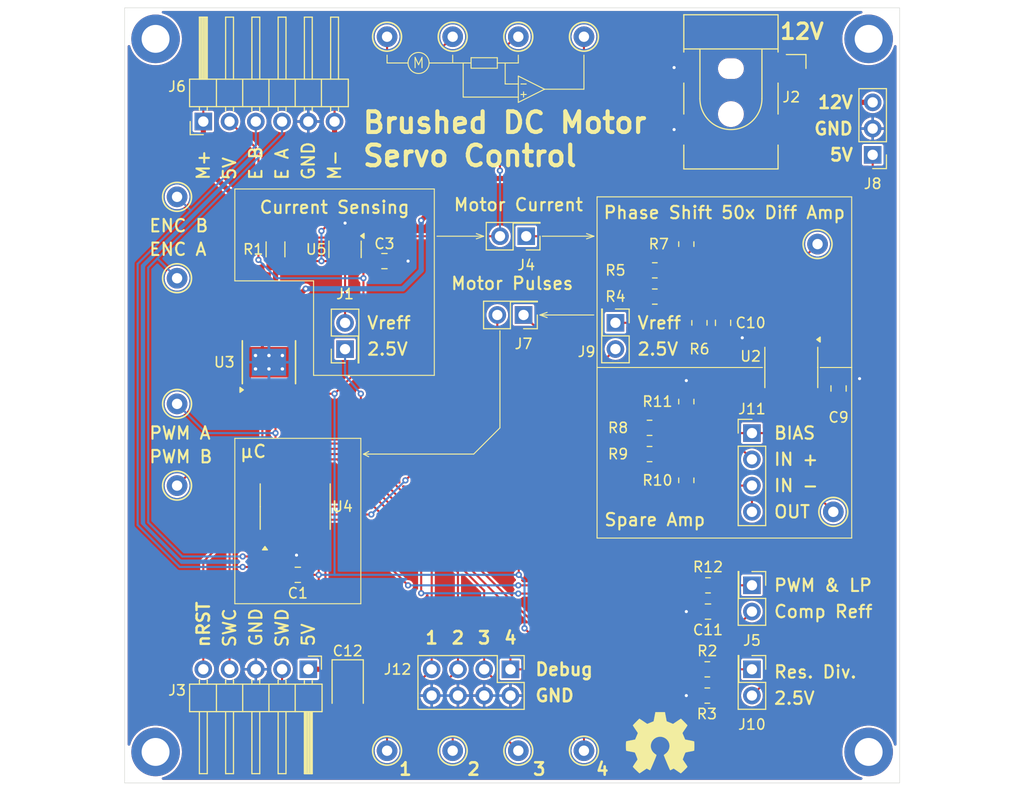
<source format=kicad_pcb>
(kicad_pcb (version 20240108) (generator "pcbnew") (generator_version "8.0")
  (title_block (title "BDCSC") (date "${DATE}") (rev "2.0.0") (company "Brushed DC Motor Servo Control") (comment 1 "${GIT_TAG}") (comment 2 "Repo: github.com/ToonVanEyck/BDCSC") (comment 3 "Designer: Toon Van Eyck"))
  (layers (0 "F.Cu" signal) (31 "B.Cu" signal) (34 "B.Paste" user) (35 "F.Paste" user) (36 "B.SilkS" user "B.Silkscreen") (37 "F.SilkS" user "F.Silkscreen") (38 "B.Mask" user) (39 "F.Mask" user) (44 "Edge.Cuts" user))
  (net 0 "")
  (net 1 "+12V")
  (net 2 "Net-(J1-Pin_2)")
  (net 3 "/SWC")
  (net 4 "/~{RST}")
  (net 5 "/SWD")
  (net 6 "/Motor IN_B")
  (net 7 "/Debug Pin 1")
  (net 8 "/Debug Pin 2")
  (net 10 "/Motor IN_A")
  (net 11 "+5V")
  (net 12 "Net-(U2A-+)")
  (net 13 "Net-(J5-Pin_1)")
  (net 16 "GND")
  (net 17 "Net-(J5-Pin_2)")
  (net 18 "Net-(U2A--)")
  (net 19 "/Debug Pin 3")
  (net 20 "/ENC_IN_A")
  (net 21 "/Debug Pin 4")
  (net 22 "/ENC_IN_B")
  (net 23 "Net-(U4-PA4)")
  (net 25 "+2V5")
  (net 26 "Net-(J10-Pin_1)")
  (net 27 "/Diff Amp In")
  (net 28 "/Diff Amp Out")
  (net 29 "/Diff Amp Vreff")
  (net 30 "Net-(J11-Pin_1)")
  (net 31 "Net-(J11-Pin_3)")
  (net 32 "Net-(J11-Pin_2)")
  (net 33 "/Motor Current")
  (net 34 "Net-(U3-OUT1)")
  (net 35 "/Motor -")
  (net 36 "/Motor +")
  (net 37 "/Motor Pulses µC")
  (net 38 "Net-(U2B--)")
  (net 39 "Net-(J11-Pin_4)")
  (footprint "TestPoint:TestPoint_Keystone_5000-5004_Miniature" (layer "F.Cu") (at 77.8828 155.728004)
    (property "Reference" "TP8" (hide yes))
    (property "Value" "TestPoint")
  )
  (footprint "TestPoint:TestPoint_Keystone_5000-5004_Miniature" (layer "F.Cu") (at 104.5528 112.294004 90)
    (property "Reference" "TP2" (hide yes))
    (property "Value" "TestPoint")
  )
  (footprint "Capacitor_SMD:C_0805_2012Metric" (layer "F.Cu") (at 129.2568 167.920004)
    (property "Reference" "C11")
    (property "Value" "470nF")
  )
  (footprint "Connector_PinHeader_2.54mm:PinHeader_1x04_P2.54mm_Vertical" (layer "F.Cu") (at 133.5088 150.648004)
    (property "Reference" "J11")
    (property "Value" "Conn_01x04_Pin")
  )
  (footprint "Package_SO:SOIC-8_3.9x4.9mm_P1.27mm" (layer "F.Cu") (at 137.3188 144.298004 -90)
    (property "Reference" "U2")
    (property "Value" "LM358")
  )
  (footprint "Resistor_SMD:R_0805_2012Metric" (layer "F.Cu") (at 127.1588 147.600004 -90)
    (property "Reference" "R11")
    (property "Value" "20K")
  )
  (footprint "Capacitor_SMD:C_0805_2012Metric" (layer "F.Cu") (at 89.5668 164.364004 180)
    (property "Reference" "C1")
    (property "Value" "100nF")
  )
  (footprint "TestPoint:TestPoint_Keystone_5000-5004_Miniature" (layer "F.Cu") (at 104.5528 181.382004 -90)
    (property "Reference" "TP12" (hide yes))
    (property "Value" "TestPoint")
  )
  (footprint "Resistor_SMD:R_0805_2012Metric" (layer "F.Cu") (at 123.6028 150.140004 180)
    (property "Reference" "R8")
    (property "Value" "20K")
  )
  (footprint "Connector_PinHeader_2.54mm:PinHeader_2x01_P2.54mm_Vertical" (layer "F.Cu") (at 133.5088 165.375004 -90)
    (property "Reference" "J5")
    (property "Value" "Conn_02x01")
  )
  (footprint "Resistor_SMD:R_0805_2012Metric" (layer "F.Cu") (at 129.1908 173.508004 180)
    (property "Reference" "R2")
    (property "Value" "20K")
  )
  (footprint "Resistor_SMD:R_0805_2012Metric" (layer "F.Cu") (at 123.6028 152.680004 180)
    (property "Reference" "R9")
    (property "Value" "20K")
  )
  (footprint "TestPoint:TestPoint_Keystone_5000-5004_Miniature" (layer "F.Cu") (at 77.8828 135.662004)
    (property "Reference" "TP5" (hide yes))
    (property "Value" "TestPoint")
  )
  (footprint "Capacitor_SMD:C_0805_2012Metric" (layer "F.Cu") (at 141.8908 146.330004 90)
    (property "Reference" "C9")
    (property "Value" "100nF")
  )
  (footprint "Connector_PinHeader_2.54mm:PinHeader_1x05_P2.54mm_Horizontal" (layer "F.Cu") (at 90.5828 173.500004 -90)
    (property "Reference" "J3")
    (property "Value" "Conn_01x05")
  )
  (footprint "Connector_PinHeader_2.54mm:PinHeader_2x01_P2.54mm_Vertical" (layer "F.Cu") (at 111.4108 139.218004 180)
    (property "Reference" "J7")
    (property "Value" "Conn_02x01")
  )
  (footprint "Resistor_SMD:R_0805_2012Metric" (layer "F.Cu") (at 129.1908 176.048004)
    (property "Reference" "R3")
    (property "Value" "20K")
  )
  (footprint "Resistor_SMD:R_0805_2012Metric" (layer "F.Cu") (at 124.1108 137.440004 180)
    (property "Reference" "R4")
    (property "Value" "20K")
  )
  (footprint "Connector_PinHeader_2.54mm:PinHeader_2x01_P2.54mm_Vertical" (layer "F.Cu") (at 120.3008 139.975004 -90)
    (property "Reference" "J9")
    (property "Value" "Conn_02x01")
  )
  (footprint "Package_SO:TSSOP-20_4.4x6.5mm_P0.65mm" (layer "F.Cu") (at 89.3128 157.760004 90)
    (property "Reference" "U4")
    (property "Value" "PY32F003F1xPx")
  )
  (footprint "Connector_PinHeader_2.54mm:PinHeader_1x06_P2.54mm_Horizontal" (layer "F.Cu") (at 80.4228 120.500004 90)
    (property "Reference" "J6")
    (property "Value" "Conn_01x06_Pin")
  )
  (footprint "Connector_PinHeader_2.54mm:PinHeader_2x04_P2.54mm_Vertical" (layer "F.Cu") (at 110.1408 173.508004 -90)
    (property "Reference" "J12")
    (property "Value" "Conn_02x04_Odd_Even")
  )
  (footprint "Connector_PinHeader_2.54mm:PinHeader_2x01_P2.54mm_Vertical" (layer "F.Cu") (at 133.5088 173.503004 -90)
    (property "Reference" "J10")
    (property "Value" "Conn_02x01")
  )
  (footprint "TestPoint:TestPoint_Keystone_5000-5004_Miniature" (layer "F.Cu") (at 98.2028 181.382004 -90)
    (property "Reference" "TP13" (hide yes))
    (property "Value" "TestPoint")
  )
  (footprint "TestPoint:TestPoint_Keystone_5000-5004_Miniature" (layer "F.Cu") (at 139.8588 132.360004)
    (property "Reference" "TP9" (hide yes))
    (property "Value" "TestPoint")
  )
  (footprint "TestPoint:TestPoint_Keystone_5000-5004_Miniature" (layer "F.Cu") (at 141.3828 158.268004)
    (property "Reference" "TP14" (hide yes))
    (property "Value" "TestPoint")
  )
  (footprint "TestPoint:TestPoint_Keystone_5000-5004_Miniature" (layer "F.Cu") (at 117.2528 112.294004)
    (property "Reference" "TP4" (hide yes))
    (property "Value" "TestPoint")
  )
  (footprint "Connector_BarrelJack:BarrelJack_CLIFF_FC681465S_SMT_Horizontal" (layer "F.Cu") (at 131.4768 118.278004 -90)
    (property "Reference" "J2")
    (property "Value" "Barrel_Jack_Switch")
  )
  (footprint "TestPoint:TestPoint_Keystone_5000-5004_Miniature" (layer "F.Cu") (at 117.2528 181.382004 -90)
    (property "Reference" "TP10" (hide yes))
    (property "Value" "TestPoint")
  )
  (footprint "TestPoint:TestPoint_Keystone_5000-5004_Miniature" (layer "F.Cu") (at 110.9028 112.294004 90)
    (property "Reference" "TP3" (hide yes))
    (property "Value" "TestPoint")
  )
  (footprint "Capacitor_SMD:C_0805_2012Metric" (layer "F.Cu") (at 97.9488 134.005504)
    (property "Reference" "C3")
    (property "Value" "100nF")
  )
  (footprint "Symbol:OSHW-Symbol_6.7x6mm_SilkScreen" (layer "F.Cu") (at 124.6188 180.620004)
    (property "Reference" "REF**" (hide yes))
    (property "Value" "OSHW-Symbol_6.7x6mm_SilkScreen" (hide yes))
  )
  (footprint "Resistor_SMD:R_0805_2012Metric" (layer "F.Cu") (at 124.1108 134.900004 180)
    (property "Reference" "R5")
    (property "Value" "20K")
  )
  (footprint "Connector_PinHeader_2.54mm:PinHeader_2x01_P2.54mm_Vertical" (layer "F.Cu") (at 111.6698 131.598004 180)
    (property "Reference" "J4")
    (property "Value" "Conn_02x01")
  )
  (footprint "Resistor_SMD:R_0805_2012Metric" (layer "F.Cu") (at 127.1588 155.220004 90)
    (property "Reference" "R10")
    (property "Value" "20K")
  )
  (footprint "Capacitor_SMD:C_0805_2012Metric" (layer "F.Cu") (at 130.7148 139.980004 -90)
    (property "Reference" "C10")
    (property "Value" "1.2nF")
  )
  (footprint "Resistor_SMD:R_1206_3216Metric" (layer "F.Cu") (at 87.4078 132.868004 90)
    (property "Reference" "R1")
    (property "Value" "0.15R")
  )
  (footprint "TestPoint:TestPoint_Keystone_5000-5004_Miniature" (layer "F.Cu") (at 77.8828 127.788004)
    (property "Reference" "TP6" (hide yes))
    (property "Value" "TestPoint")
  )
  (footprint "TestPoint:TestPoint_Keystone_5000-5004_Miniature" (layer "F.Cu") (at 77.8828 147.822004)
    (property "Reference" "TP7" (hide yes))
    (property "Value" "TestPoint")
  )
  (footprint "Resistor_SMD:R_0805_2012Metric" (layer "F.Cu") (at 127.1588 132.360004 90)
    (property "Reference" "R7")
    (property "Value" "1M")
  )
  (footprint "MountingHole:MountingHole_2.7mm_M2.5_DIN965_Pad" (layer "F.Cu") (at 144.8028 112.500004)
    (property "Reference" "REF**" (hide yes))
    (property "Value" "MountingHole_2.7mm_M2.5_DIN965_Pad")
  )
  (footprint "TestPoint:TestPoint_Keystone_5000-5004_Miniature" (layer "F.Cu") (at 110.9028 181.382004 -90)
    (property "Reference" "TP11" (hide yes))
    (property "Value" "TestPoint")
  )
  (footprint "Resistor_SMD:R_0805_2012Metric" (layer "F.Cu") (at 129.2568 165.380004 180)
    (property "Reference" "R12")
    (property "Value" "3K3")
  )
  (footprint "MountingHole:MountingHole_2.7mm_M2.5_DIN965_Pad" (layer "F.Cu") (at 75.8028 112.500004)
    (property "Reference" "REF**" (hide yes))
    (property "Value" "MountingHole_2.7mm_M2.5_DIN965_Pad")
  )
  (footprint "Package_TO_SOT_SMD:SOT-23-6" (layer "F.Cu") (at 94.1388 132.868004 -90)
    (property "Reference" "U5")
    (property "Value" "INA181")
  )
  (footprint "MountingHole:MountingHole_2.7mm_M2.5_DIN965_Pad" (layer "F.Cu") (at 144.8028 181.500004)
    (property "Reference" "REF**" (hide yes))
    (property "Value" "MountingHole_2.7mm_M2.5_DIN965_Pad")
  )
  (footprint "Connector_PinHeader_2.54mm:PinHeader_1x03_P2.54mm_Vertical" (layer "F.Cu") (at 145.1928 123.724004 180)
    (property "Reference" "J8")
    (property "Value" "Conn_01x03")
  )
  (footprint "Connector_PinHeader_2.54mm:PinHeader_2x01_P2.54mm_Vertical" (layer "F.Cu") (at 94.1388 142.525004 90)
    (property "Reference" "J1")
    (property "Value" "Conn_02x01")
  )
  (footprint "Resistor_SMD:R_0805_2012Metric" (layer "F.Cu") (at 128.4288 139.980004 -90)
    (property "Reference" "R6")
    (property "Value" "1M")
  )
  (footprint "Capacitor_Tantalum_SMD:CP_EIA-3528-21_Kemet-B" (layer "F.Cu") (at 94.3928 175.045504 -90)
    (property "Reference" "C12")
    (property "Value" "100uF")
  )
  (footprint "Package_SO:Texas_HTSOP-8-1EP_3.9x4.9mm_P1.27mm_EP2.95x4.9mm_Mask2.4x3.1mm_ThermalVias" (layer "F.Cu") (at 86.7728 143.790004 90)
    (property "Reference" "U3")
    (property "Value" "DRV8870DDA")
  )
  (footprint "MountingHole:MountingHole_2.7mm_M2.5_DIN965_Pad" (layer "F.Cu") (at 75.8028 181.500004)
    (property "Reference" "REF**" (hide yes))
    (property "Value" "MountingHole_2.7mm_M2.5_DIN965_Pad")
  )
  (footprint "TestPoint:TestPoint_Keystone_5000-5004_Miniature" (layer "F.Cu") (at 98.2028 112.294004 90)
    (property "Reference" "TP1" (hide yes))
    (property "Value" "TestPoint")
  )
  (gr_line (start 113.4428 117.374004) (end 117.2528 117.374004) (stroke (width 0.1)) (layer "F.SilkS"))
  (gr_line (start 109.1248 150.140004) (end 106.5848 152.680004) (stroke (width 0.1)) (layer "F.SilkS"))
  (gr_line (start 95.9168 152.680004) (end 96.4248 152.426004) (stroke (width 0.1)) (layer "F.SilkS"))
  (gr_line (start 108.8708 114.326004) (end 106.3308 114.326004) (stroke (width 0.1)) (layer "F.SilkS"))
  (gr_line (start 110.9028 118.644004) (end 113.4428 117.374004) (stroke (width 0.1)) (layer "F.SilkS"))
  (gr_line (start 95.6628 151.156004) (end 83.4708 151.156004) (stroke (width 0.1)) (layer "F.SilkS"))
  (gr_line (start 113.2108 139.218004) (end 118.2088 139.218004) (stroke (width 0.1)) (layer "F.SilkS"))
  (gr_line (start 110.9028 116.104004) (end 110.9028 118.644004) (stroke (width 0.1)) (layer "F.SilkS"))
  (gr_line (start 117.2528 114.072004) (end 117.2528 117.374004) (stroke (width 0.1)) (layer "F.SilkS"))
  (gr_line (start 106.3308 114.326004) (end 106.3308 115.342004) (stroke (width 0.1)) (layer "F.SilkS"))
  (gr_line (start 107.5458 131.598004) (end 103.0288 131.598004) (stroke (width 0.1)) (layer "F.SilkS"))
  (gr_line (start 111.1568 116.866004) (end 111.6648 116.866004) (stroke (width 0.1)) (layer "F.SilkS"))
  (gr_line (start 143.1608 144.298004) (end 143.1608 160.808004) (stroke (width 0.1)) (layer "F.SilkS"))
  (gr_line (start 98.2028 114.834004) (end 100.2348 114.834004) (stroke (width 0.1)) (layer "F.SilkS"))
  (gr_line (start 106.5848 152.680004) (end 95.9168 152.680004) (stroke (width 0.1)) (layer "F.SilkS"))
  (gr_line (start 105.5688 114.834004) (end 105.5688 118.136004) (stroke (width 0.1)) (layer "F.SilkS"))
  (gr_line (start 83.4708 151.156004) (end 83.4708 167.158004) (stroke (width 0.1)) (layer "F.SilkS"))
  (gr_line (start 113.4428 117.374004) (end 110.9028 116.104004) (stroke (width 0.1)) (layer "F.SilkS"))
  (gr_line (start 106.8388 131.344004) (end 107.5458 131.598004) (stroke (width 0.1)) (layer "F.SilkS"))
  (gr_line (start 105.8228 114.834004) (end 104.5528 114.834004) (stroke (width 0.1)) (layer "F.SilkS"))
  (gr_line (start 109.6328 116.866004) (end 109.6328 114.834004) (stroke (width 0.1)) (layer "F.SilkS"))
  (gr_line (start 112.9848 139.218004) (end 113.6918 138.964004) (stroke (width 0.1)) (layer "F.SilkS"))
  (gr_line (start 91.0908 145.060004) (end 91.0908 135.916004) (stroke (width 0.1)) (layer "F.SilkS"))
  (gr_line (start 118.5228 127.788004) (end 118.5228 144.298004) (stroke (width 0.1)) (layer "F.SilkS"))
  (gr_line (start 83.4708 135.916004) (end 83.4708 127.026004) (stroke (width 0.1)) (layer "F.SilkS"))
  (gr_line (start 118.2138 131.598004) (end 113.2158 131.598004) (stroke (width 0.1)) (layer "F.SilkS"))
  (gr_line (start 109.1248 140.742004) (end 109.1248 149.378004) (stroke (width 0.1)) (layer "F.SilkS"))
  (gr_line (start 110.9028 114.834004) (end 110.9028 114.072004) (stroke (width 0.1)) (layer "F.SilkS"))
  (gr_line (start 118.5228 144.298004) (end 134.5248 144.298004) (stroke (width 0.1)) (layer "F.SilkS"))
  (gr_line (start 106.3308 115.342004) (end 108.8708 115.342004) (stroke (width 0.1)) (layer "F.SilkS"))
  (gr_line (start 102.2668 114.834004) (end 106.3308 114.834004) (stroke (width 0.1)) (layer "F.SilkS"))
  (gr_line (start 111.4108 117.628004) (end 111.4108 118.136004) (stroke (width 0.1)) (layer "F.SilkS"))
  (gr_line (start 104.5528 114.834004) (end 104.5528 114.072004) (stroke (width 0.1)) (layer "F.SilkS"))
  (gr_line (start 98.2028 114.072004) (end 98.2028 114.834004) (stroke (width 0.1)) (layer "F.SilkS"))
  (gr_line (start 111.1568 117.882004) (end 111.6648 117.882004) (stroke (width 0.1)) (layer "F.SilkS"))
  (gr_circle (center 101.2508 114.834004) (end 100.2348 114.834004) (stroke (width 0.1)) (fill none) (layer "F.SilkS"))
  (gr_line (start 110.9028 118.136004) (end 105.5688 118.136004) (stroke (width 0.1)) (layer "F.SilkS"))
  (gr_line (start 117.5068 131.344004) (end 118.2138 131.598004) (stroke (width 0.1)) (layer "F.SilkS"))
  (gr_line (start 143.1608 144.298004) (end 143.1608 127.788004) (stroke (width 0.1)) (layer "F.SilkS"))
  (gr_line (start 118.2138 131.598004) (end 117.5068 131.852004) (stroke (width 0.1)) (layer "F.SilkS"))
  (gr_line (start 108.8708 114.834004) (end 110.9028 114.834004) (stroke (width 0.1)) (layer "F.SilkS"))
  (gr_line (start 102.7748 145.060004) (end 91.0908 145.060004) (stroke (width 0.1)) (layer "F.SilkS"))
  (gr_line (start 83.4708 127.026004) (end 102.7748 127.026004) (stroke (width 0.1)) (layer "F.SilkS"))
  (gr_line (start 143.1608 127.788004) (end 118.5228 127.788004) (stroke (width 0.1)) (layer "F.SilkS"))
  (gr_line (start 95.6628 167.158004) (end 95.6628 151.156004) (stroke (width 0.1)) (layer "F.SilkS"))
  (gr_line (start 143.1608 160.808004) (end 118.5228 160.808004) (stroke (width 0.1)) (layer "F.SilkS"))
  (gr_line (start 109.1248 149.378004) (end 109.1248 150.140004) (stroke (width 0.1)) (layer "F.SilkS"))
  (gr_line (start 118.5228 160.808004) (end 118.5228 144.298004) (stroke (width 0.1)) (layer "F.SilkS"))
  (gr_line (start 95.9168 152.680004) (end 96.4248 152.934004) (stroke (width 0.1)) (layer "F.SilkS"))
  (gr_line (start 107.5458 131.598004) (end 106.8388 131.852004) (stroke (width 0.1)) (layer "F.SilkS"))
  (gr_line (start 108.8708 115.342004) (end 108.8708 114.326004) (stroke (width 0.1)) (layer "F.SilkS"))
  (gr_line (start 91.0908 135.916004) (end 83.4708 135.916004) (stroke (width 0.1)) (layer "F.SilkS"))
  (gr_line (start 102.7748 127.026004) (end 102.7748 145.060004) (stroke (width 0.1)) (layer "F.SilkS"))
  (gr_line (start 83.4708 167.158004) (end 95.6628 167.158004) (stroke (width 0.1)) (layer "F.SilkS"))
  (gr_line (start 113.6918 139.472004) (end 112.9848 139.218004) (stroke (width 0.1)) (layer "F.SilkS"))
  (gr_line (start 143.1608 144.298004) (end 140.1128 144.298004) (stroke (width 0.1)) (layer "F.SilkS"))
  (gr_line (start 110.9028 116.866004) (end 109.6328 116.866004) (stroke (width 0.1)) (layer "F.SilkS"))
  (gr_rect (start 72.8028 109.500004) (end 147.8028 184.500004) (stroke (width 0.05)) (fill none) (layer "Edge.Cuts"))
  (gr_text "12V" (at 143.4148 118.644004 0) (layer "F.SilkS") (effects (font (size 1.2 1.2) (thickness 0.25)) (justify right)))
  (gr_text "2" (at 106.5848 183.160004 0) (layer "F.SilkS") (effects (font (size 1.2 1.2) (thickness 0.25))))
  (gr_text "PWM & LP" (at 135.5408 165.380004 0) (layer "F.SilkS") (effects (font (size 1.2 1.2) (thickness 0.2)) (justify left)))
  (gr_text "3" (at 107.6008 170.460004 0) (layer "F.SilkS") (effects (font (size 1.2 1.2) (thickness 0.25))))
  (gr_text "1" (at 102.5208 170.460004 0) (layer "F.SilkS") (effects (font (size 1.2 1.2) (thickness 0.25))))
  (gr_text "3" (at 112.9348 183.160004 0) (layer "F.SilkS") (effects (font (size 1.2 1.2) (thickness 0.25))))
  (gr_text "2.5V" (at 96.1708 142.520004 0) (layer "F.SilkS") (effects (font (size 1.2 1.2) (thickness 0.2)) (justify left)))
  (gr_text "PWM A" (at 75.0888 150.648004 0) (layer "F.SilkS") (effects (font (size 1.2 1.2) (thickness 0.2)) (justify left)))
  (gr_text "SWD" (at 88.0428 171.476004 90) (layer "F.SilkS") (effects (font (size 1.2 1.2) (thickness 0.2)) (justify left)))
  (gr_text "5V" (at 143.4148 123.724004 0) (layer "F.SilkS") (effects (font (size 1.2 1.2) (thickness 0.25)) (justify right)))
  (gr_text "OUT" (at 135.5408 158.268004 0) (layer "F.SilkS") (effects (font (size 1.2 1.2) (thickness 0.2)) (justify left)))
  (gr_text "ENC A" (at 75.0888 132.868004 0) (layer "F.SilkS") (effects (font (size 1.2 1.2) (thickness 0.2)) (justify left)))
  (gr_text "Phase Shift 50x Diff Amp" (at 130.8418 129.312004 0) (layer "F.SilkS") (effects (font (size 1.2 1.2) (thickness 0.2))))
  (gr_text "12V" (at 140.6208 111.786004 0) (layer "F.SilkS") (effects (font (size 1.5 1.5) (thickness 0.3) (bold yes)) (justify right)))
  (gr_text "E B" (at 85.5028 126.264004 90) (layer "F.SilkS") (effects (font (size 1.2 1.2) (thickness 0.2)) (justify left)))
  (gr_text "4" (at 110.1408 170.460004 0) (layer "F.SilkS") (effects (font (size 1.2 1.2) (thickness 0.25))))
  (gr_text "M" (at 101.2508 114.834004 0) (layer "F.SilkS") (effects (font (size 1 1) (thickness 0.1))))
  (gr_text "Vreff" (at 96.1708 139.980004 0) (layer "F.SilkS") (effects (font (size 1.2 1.2) (thickness 0.2)) (justify left)))
  (gr_text "GND" (at 143.3928 121.199004 0) (layer "F.SilkS") (effects (font (size 1.2 1.2) (thickness 0.25)) (justify right)))
  (gr_text "Comp Reff" (at 135.5408 167.920004 0) (layer "F.SilkS") (effects (font (size 1.2 1.2) (thickness 0.2)) (justify left)))
  (gr_text "IN -" (at 135.5408 155.728004 0) (layer "F.SilkS") (effects (font (size 1.2 1.2) (thickness 0.2)) (justify left)))
  (gr_text "Vreff" (at 122.3328 139.980004 0) (layer "F.SilkS") (effects (font (size 1.2 1.2) (thickness 0.2)) (justify left)))
  (gr_text "Motor Pulses" (at 104.2938 136.170004 0) (layer "F.SilkS") (effects (font (size 1.2 1.2) (thickness 0.2)) (justify left)))
  (gr_text "2.5V" (at 135.5408 176.302004 0) (layer "F.SilkS") (effects (font (size 1.2 1.2) (thickness 0.2)) (justify left)))
  (gr_text "µC" (at 85.2488 152.426004 0) (layer "F.SilkS") (effects (font (size 1.2 1.2) (thickness 0.2))))
  (gr_text "2" (at 105.0608 170.460004 0) (layer "F.SilkS") (effects (font (size 1.2 1.2) (thickness 0.25))))
  (gr_text "E A" (at 88.0428 126.264004 90) (layer "F.SilkS") (effects (font (size 1.2 1.2) (thickness 0.2)) (justify left)))
  (gr_text "IN +" (at 135.5408 153.188004 0) (layer "F.SilkS") (effects (font (size 1.2 1.2) (thickness 0.2)) (justify left)))
  (gr_text "nRST" (at 80.4228 171.476004 90) (layer "F.SilkS") (effects (font (size 1.2 1.2) (thickness 0.24) (bold yes)) (justify left)))
  (gr_text "1" (at 99.9808 183.160004 0) (layer "F.SilkS") (effects (font (size 1.2 1.2) (thickness 0.25))))
  (gr_text "Brushed DC Motor \nServo Control" (at 95.6628 124.994004 0) (layer "F.SilkS") (effects (font (size 2 2) (thickness 0.4)) (justify left bottom)))
  (gr_text "2.5V" (at 122.3328 142.520004 0) (layer "F.SilkS") (effects (font (size 1.2 1.2) (thickness 0.2)) (justify left)))
  (gr_text "5V" (at 82.9628 126.264004 90) (layer "F.SilkS") (effects (font (size 1.2 1.2) (thickness 0.2)) (justify left)))
  (gr_text "GND" (at 112.4268 176.048004 0) (layer "F.SilkS") (effects (font (size 1.2 1.2) (thickness 0.25)) (justify left)))
  (gr_text "Res. Div." (at 135.5408 173.762004 0) (layer "F.SilkS") (effects (font (size 1.2 1.2) (thickness 0.2)) (justify left)))
  (gr_text "PWM B" (at 75.0888 152.934004 0) (layer "F.SilkS") (effects (font (size 1.2 1.2) (thickness 0.2)) (justify left)))
  (gr_text "BIAS" (at 135.5408 150.648004 0) (layer "F.SilkS") (effects (font (size 1.2 1.2) (thickness 0.2)) (justify left)))
  (gr_text "4" (at 119.0308 183.160004 0) (layer "F.SilkS") (effects (font (size 1.2 1.2) (thickness 0.25))))
  (gr_text "SWC" (at 82.9628 171.476004 90) (layer "F.SilkS") (effects (font (size 1.2 1.2) (thickness 0.2)) (justify left)))
  (gr_text "Motor Current" (at 104.5528 128.550004 0) (layer "F.SilkS") (effects (font (size 1.2 1.2) (thickness 0.2)) (justify left)))
  (gr_text "Debug" (at 112.4268 173.508004 0) (layer "F.SilkS") (effects (font (size 1.2 1.2) (thickness 0.25)) (justify left)))
  (gr_text "GND" (at 85.5028 171.388004 90) (layer "F.SilkS") (effects (font (size 1.2 1.2) (thickness 0.2)) (justify left)))
  (gr_text "Spare Amp" (at 124.1108 159.030004 0) (layer "F.SilkS") (effects (font (size 1.2 1.2) (thickness 0.2))))
  (gr_text "ENC B" (at 75.0888 130.582004 0) (layer "F.SilkS") (effects (font (size 1.2 1.2) (thickness 0.2)) (justify left)))
  (gr_text "Current Sensing" (at 93.1228 128.804004 0) (layer "F.SilkS") (effects (font (size 1.2 1.2) (thickness 0.2))))
  (gr_text "5V" (at 90.5828 171.388004 90) (layer "F.SilkS") (effects (font (size 1.2 1.2) (thickness 0.2)) (justify left)))
  (gr_text "M+" (at 80.4228 126.264004 90) (layer "F.SilkS") (effects (font (size 1.2 1.2) (thickness 0.2)) (justify left)))
  (gr_text "M-" (at 93.1228 126.264004 90) (layer "F.SilkS") (effects (font (size 1.2 1.2) (thickness 0.2)) (justify left)))
  (gr_text "GND" (at 90.5828 126.264004 90) (layer "F.SilkS") (effects (font (size 1.2 1.2) (thickness 0.2)) (justify left)))
  (segment (start 135.2868 126.010004) (end 105.5688 126.010004) (width 0.5) (layer "F.Cu") (net 1))
  (segment (start 136.9768 121.278004) (end 136.9768 124.320004) (width 0.5) (layer "F.Cu") (net 1))
  (segment (start 145.1928 118.644004) (end 136.9768 118.644004) (width 0.5) (layer "F.Cu") (net 1))
  (segment (start 88.6778 138.329004) (end 88.6778 140.915004) (width 0.5) (layer "F.Cu") (net 1))
  (segment (start 136.9768 124.320004) (end 135.2868 126.010004) (width 0.5) (layer "F.Cu") (net 1))
  (segment (start 136.9768 118.644004) (end 136.9768 121.278004) (width 0.5) (layer "F.Cu") (net 1))
  (segment (start 105.5688 126.010004) (end 101.5048 130.074004) (width 0.5) (layer "F.Cu") (net 1))
  (segment (start 136.9768 115.278004) (end 136.9768 118.644004) (width 0.5) (layer "F.Cu") (net 1))
  (segment (start 90.3288 136.678004) (end 88.6778 138.329004) (width 0.5) (layer "F.Cu") (net 1))
  (via (at 101.5048 130.074004) (size 0.6) (drill 0.3) (layers "F.Cu" "B.Cu") (net 1))
  (via (at 90.3288 136.678004) (size 0.6) (drill 0.3) (layers "F.Cu" "B.Cu") (net 1))
  (segment (start 101.5048 134.900004) (end 101.5048 130.074004) (width 0.5) (layer "B.Cu") (net 1))
  (segment (start 99.7268 136.678004) (end 101.5048 134.900004) (width 0.5) (layer "B.Cu") (net 1))
  (segment (start 90.3288 136.678004) (end 99.7268 136.678004) (width 0.5) (layer "B.Cu") (net 1))
  (segment (start 94.1388 139.985004) (end 94.1388 134.005504) (width 0.2) (layer "F.Cu") (net 2))
  (segment (start 92.2378 154.897504) (end 92.2378 155.635003) (width 0.2) (layer "F.Cu") (net 3))
  (segment (start 82.9628 161.316004) (end 82.9628 173.500004) (width 0.2) (layer "F.Cu") (net 3))
  (segment (start 91.382799 156.490004) (end 87.7888 156.490004) (width 0.2) (layer "F.Cu") (net 3))
  (segment (start 92.2378 155.635003) (end 91.382799 156.490004) (width 0.2) (layer "F.Cu") (net 3))
  (segment (start 87.7888 156.490004) (end 82.9628 161.316004) (width 0.2) (layer "F.Cu") (net 3))
  (segment (start 87.6878 154.897504) (end 87.6878 155.829004) (width 0.2) (layer "F.Cu") (net 4))
  (segment (start 87.6878 155.829004) (end 80.4228 163.094004) (width 0.2) (layer "F.Cu") (net 4))
  (segment (start 80.4228 163.094004) (end 80.4228 173.500004) (width 0.2) (layer "F.Cu") (net 4))
  (segment (start 88.2968 175.032004) (end 95.6628 175.032004) (width 0.2) (layer "F.Cu") (net 5))
  (segment (start 96.1708 174.524004) (end 96.1708 170.968004) (width 0.2) (layer "F.Cu") (net 5))
  (segment (start 92.2378 167.035004) (end 92.2378 160.622504) (width 0.2) (layer "F.Cu") (net 5))
  (segment (start 88.0428 174.778004) (end 88.2968 175.032004) (width 0.2) (layer "F.Cu") (net 5))
  (segment (start 95.6628 175.032004) (end 96.1708 174.524004) (width 0.2) (layer "F.Cu") (net 5))
  (segment (start 96.1708 170.968004) (end 92.2378 167.035004) (width 0.2) (layer "F.Cu") (net 5))
  (segment (start 88.0428 173.500004) (end 88.0428 174.778004) (width 0.2) (layer "F.Cu") (net 5))
  (segment (start 86.3878 153.819004) (end 86.3878 154.897504) (width 0.2) (layer "F.Cu") (net 6))
  (segment (start 86.1378 153.569004) (end 86.3878 153.819004) (width 0.2) (layer "F.Cu") (net 6))
  (segment (start 80.0418 153.569004) (end 86.1378 153.569004) (width 0.2) (layer "F.Cu") (net 6))
  (segment (start 86.1378 146.665004) (end 86.1378 153.569004) (width 0.2) (layer "F.Cu") (net 6))
  (segment (start 77.8828 155.728004) (end 80.0418 153.569004) (width 0.2) (layer "F.Cu") (net 6))
  (segment (start 94.1388 151.664004) (end 110.1408 167.666004) (width 0.2) (layer "F.Cu") (net 7))
  (segment (start 117.2528 179.096004) (end 111.6648 173.508004) (width 0.2) (layer "F.Cu") (net 7))
  (segment (start 88.3378 154.897504) (end 88.3378 153.401004) (width 0.2) (layer "F.Cu") (net 7))
  (segment (start 88.3378 153.401004) (end 90.0748 151.664004) (width 0.2) (layer "F.Cu") (net 7))
  (segment (start 110.1408 167.666004) (end 110.1408 173.508004) (width 0.2) (layer "F.Cu") (net 7))
  (segment (start 117.2528 181.382004) (end 117.2528 179.096004) (width 0.2) (layer "F.Cu") (net 7))
  (segment (start 111.6648 173.508004) (end 110.1408 173.508004) (width 0.2) (layer "F.Cu") (net 7))
  (segment (start 90.0748 151.664004) (end 94.1388 151.664004) (width 0.2) (layer "F.Cu") (net 7))
  (segment (start 108.8708 179.350004) (end 108.8708 174.778004) (width 0.2) (layer "F.Cu") (net 8))
  (segment (start 90.3288 152.172004) (end 93.8848 152.172004) (width 0.2) (layer "F.Cu") (net 8))
  (segment (start 88.9878 154.897504) (end 88.9878 153.513004) (width 0.2) (layer "F.Cu") (net 8))
  (segment (start 93.8848 152.172004) (end 107.6008 165.888004) (width 0.2) (layer "F.Cu") (net 8))
  (segment (start 108.8708 174.778004) (end 107.6008 173.508004) (width 0.2) (layer "F.Cu") (net 8))
  (segment (start 88.9878 153.513004) (end 90.3288 152.172004) (width 0.2) (layer "F.Cu") (net 8))
  (segment (start 110.9028 181.382004) (end 108.8708 179.350004) (width 0.2) (layer "F.Cu") (net 8))
  (segment (start 107.6008 165.888004) (end 107.6008 173.508004) (width 0.2) (layer "F.Cu") (net 8))
  (segment (start 87.0378 153.685004) (end 87.0378 154.897504) (width 0.2) (layer "F.Cu") (net 10))
  (segment (start 87.4078 146.665004) (end 87.4078 150.648004) (width 0.2) (layer "F.Cu") (net 10))
  (segment (start 87.4078 150.648004) (end 87.4078 153.315004) (width 0.2) (layer "F.Cu") (net 10))
  (segment (start 87.4078 153.315004) (end 87.0378 153.685004) (width 0.2) (layer "F.Cu") (net 10))
  (via (at 87.4078 150.648004) (size 0.6) (drill 0.3) (layers "F.Cu" "B.Cu") (net 10))
  (segment (start 77.8828 147.822004) (end 80.7088 150.648004) (width 0.2) (layer "B.Cu") (net 10))
  (segment (start 80.7088 150.648004) (end 87.4078 150.648004) (width 0.2) (layer "B.Cu") (net 10))
  (segment (start 145.1928 123.724004) (end 145.1928 144.298004) (width 0.2) (layer "F.Cu") (net 11))
  (segment (start 85.7568 133.884004) (end 85.7568 123.294004) (width 0.2) (layer "F.Cu") (net 11))
  (segment (start 91.5878 160.622504) (end 91.5878 164.364004) (width 0.2) (layer "F.Cu") (net 11))
  (segment (start 93.1228 146.838004) (end 88.8508 146.838004) (width 0.2) (layer "F.Cu") (net 11))
  (segment (start 140.8088 147.280004) (end 142.0178 147.280004) (width 0.2) (layer "F.Cu") (net 11))
  (segment (start 91.5878 164.364004) (end 91.5878 167.169004) (width 0.2) (layer "F.Cu") (net 11))
  (segment (start 115.4748 173.508004) (end 128.2783 173.508004) (width 0.2) (layer "F.Cu") (net 11))
  (segment (start 139.2238 146.773004) (end 139.9208 146.773004) (width 0.2) (layer "F.Cu") (net 11))
  (segment (start 88.8508 146.838004) (end 88.6778 146.665004) (width 0.2) (layer "F.Cu") (net 11))
  (segment (start 95.9168 134.005504) (end 96.9988 134.005504) (width 0.2) (layer "F.Cu") (net 11))
  (segment (start 145.1928 144.298004) (end 140.3668 144.298004) (width 0.2) (layer "F.Cu") (net 11))
  (segment (start 95.0888 134.005504) (end 95.9168 134.005504) (width 0.2) (layer "F.Cu") (net 11))
  (segment (start 121.3168 144.806004) (end 139.3508 144.806004) (width 0.2) (layer "F.Cu") (net 11))
  (segment (start 85.7568 123.294004) (end 82.9628 120.500004) (width 0.2) (layer "F.Cu") (net 11))
  (segment (start 110.946065 164.364004) (end 110.946065 155.176739) (width 0.2) (layer "F.Cu") (net 11))
  (segment (start 139.3508 144.806004) (end 139.8588 144.298004) (width 0.2) (layer "F.Cu") (net 11))
  (segment (start 140.3018 144.363004) (end 140.3668 144.298004) (width 0.2) (layer "F.Cu") (net 11))
  (segment (start 111.5028 169.536004) (end 115.4748 173.508004) (width 0.2) (layer "F.Cu") (net 11))
  (segment (start 139.9208 146.773004) (end 140.3018 146.773004) (width 0.2) (layer "F.Cu") (net 11))
  (segment (start 92.3608 173.500004) (end 94.3848 173.500004) (width 0.5) (layer "F.Cu") (net 11))
  (segment (start 92.3608 173.500004) (end 92.3608 167.942004) (width 0.2) (layer "F.Cu") (net 11))
  (segment (start 140.3018 146.773004) (end 140.8088 147.280004) (width 0.2) (layer "F.Cu") (net 11))
  (segment (start 95.9168 144.044004) (end 95.9168 135.662004) (width 0.2) (layer "F.Cu") (net 11))
  (segment (start 140.3018 146.773004) (end 140.3018 144.363004) (width 0.2) (layer "F.Cu") (net 11))
  (segment (start 139.8588 144.298004) (end 140.3668 144.298004) (width 0.2) (layer "F.Cu") (net 11))
  (segment (start 92.3608 167.942004) (end 91.5878 167.169004) (width 0.2) (layer "F.Cu") (net 11))
  (segment (start 91.5988 160.611504) (end 91.5878 160.622504) (width 0.2) (layer "F.Cu") (net 11))
  (segment (start 94.3848 173.500004) (end 94.3928 173.508004) (width 0.2) (layer "F.Cu") (net 11))
  (segment (start 90.5168 164.364004) (end 91.5878 164.364004) (width 0.2) (layer "F.Cu") (net 11))
  (segment (start 93.1228 146.838004) (end 95.9168 144.044004) (width 0.2) (layer "F.Cu") (net 11))
  (segment (start 90.5828 173.500004) (end 92.3608 173.500004) (width 0.5) (layer "F.Cu") (net 11))
  (segment (start 110.946065 155.176739) (end 121.3168 144.806004) (width 0.2) (layer "F.Cu") (net 11))
  (segment (start 95.9168 135.662004) (end 95.9168 134.005504) (width 0.2) (layer "F.Cu") (net 11))
  (via (at 93.1228 146.838004) (size 0.6) (drill 0.3) (layers "F.Cu" "B.Cu") (net 11))
  (via (at 91.5878 164.364004) (size 0.6) (drill 0.3) (layers "F.Cu" "B.Cu") (net 11))
  (via (at 85.7568 133.884004) (size 0.6) (drill 0.3) (layers "F.Cu" "B.Cu") (net 11))
  (via (at 111.5028 169.536004) (size 0.6) (drill 0.3) (layers "F.Cu" "B.Cu") (net 11))
  (via (at 95.9168 135.662004) (size 0.6) (drill 0.3) (layers "F.Cu" "B.Cu") (net 11))
  (via (at 110.946065 164.364004) (size 0.6) (drill 0.3) (layers "F.Cu" "B.Cu") (net 11))
  (segment (start 87.5348 135.662004) (end 95.9168 135.662004) (width 0.2) (layer "B.Cu") (net 11))
  (segment (start 93.1228 146.838004) (end 93.1228 164.364004) (width 0.2) (layer "B.Cu") (net 11))
  (segment (start 111.5028 164.920739) (end 110.946065 164.364004) (width 0.2) (layer "B.Cu") (net 11))
  (segment (start 93.6308 164.364004) (end 92.3608 164.364004) (width 0.2) (layer "B.Cu") (net 11))
  (segment (start 111.5028 169.536004) (end 111.5028 164.920739) (width 0.2) (layer "B.Cu") (net 11))
  (segment (start 110.946065 164.364004) (end 93.6308 164.364004) (width 0.2) (layer "B.Cu") (net 11))
  (segment (start 92.3608 164.364004) (end 91.5878 164.364004) (width 0.2) (layer "B.Cu") (net 11))
  (segment (start 85.7568 133.884004) (end 87.5348 135.662004) (width 0.2) (layer "B.Cu") (net 11))
  (segment (start 93.1228 164.364004) (end 93.6308 164.364004) (width 0.2) (layer "B.Cu") (net 11))
  (segment (start 135.6678 137.440004) (end 127.1588 137.440004) (width 0.2) (layer "F.Cu") (net 12))
  (segment (start 125.0233 137.440004) (end 127.1588 137.440004) (width 0.2) (layer "F.Cu") (net 12))
  (segment (start 136.6838 138.456004) (end 135.6678 137.440004) (width 0.2) (layer "F.Cu") (net 12))
  (segment (start 130.7148 139.030004) (end 130.7148 137.440004) (width 0.2) (layer "F.Cu") (net 12))
  (segment (start 136.6838 141.823004) (end 136.6838 138.456004) (width 0.2) (layer "F.Cu") (net 12))
  (segment (start 128.4288 139.067504) (end 128.4288 137.440004) (width 0.2) (layer "F.Cu") (net 12))
  (segment (start 130.1743 165.375004) (end 130.1693 165.380004) (width 0.2) (layer "F.Cu") (net 13))
  (segment (start 133.5088 165.375004) (end 130.1743 165.375004) (width 0.2) (layer "F.Cu") (net 13))
  (segment (start 130.2068 165.417504) (end 130.2068 167.920004) (width 0.2) (layer "F.Cu") (net 13))
  (segment (start 130.1693 165.380004) (end 130.2068 165.417504) (width 0.2) (layer "F.Cu") (net 13))
  (segment (start 94.1388 131.730504) (end 94.1388 130.328004) (width 0.2) (layer "F.Cu") (net 16))
  (segment (start 86.1378 143.155004) (end 86.7728 143.790004) (width 0.2) (layer "F.Cu") (net 16))
  (segment (start 100.1133 134.005504) (end 100.2348 133.884004) (width 0.2) (layer "F.Cu") (net 16))
  (segment (start 132.0768 140.930004) (end 132.9698 141.823004) (width 0.2) (layer "F.Cu") (net 16))
  (segment (start 132.9698 141.823004) (end 135.4138 141.823004) (width 0.2) (layer "F.Cu") (net 16))
  (segment (start 85.5028 175.032004) (end 85.5028 173.500004) (width 0.2) (layer "F.Cu") (net 16))
  (segment (start 87.0538 176.583004) (end 85.5028 175.032004) (width 0.2) (layer "F.Cu") (net 16))
  (segment (start 86.1378 140.915004) (end 86.1378 143.155004) (width 0.3) (layer "F.Cu") (net 16))
  (segment (start 128.2783 176.048004) (end 127.1588 176.048004) (width 0.2) (layer "F.Cu") (net 16))
  (segment (start 130.7148 140.930004) (end 132.0768 140.930004) (width 0.2) (layer "F.Cu") (net 16))
  (segment (start 128.3068 167.920004) (end 127.1588 167.920004) (width 0.2) (layer "F.Cu") (net 16))
  (segment (start 98.8988 134.005504) (end 100.1133 134.005504) (width 0.2) (layer "F.Cu") (net 16))
  (segment (start 84.8678 146.665004) (end 84.8678 145.045004) (width 0.3) (layer "F.Cu") (net 16))
  (segment (start 90.2878 161.611004) (end 89.4398 162.459004) (width 0.2) (layer "F.Cu") (net 16))
  (segment (start 94.3928 176.583004) (end 87.0538 176.583004) (width 0.2) (layer "F.Cu") (net 16))
  (segment (start 84.8678 145.045004) (end 85.4728 144.440004) (width 0.2) (layer "F.Cu") (net 16))
  (segment (start 90.2878 160.622504) (end 90.2878 161.611004) (width 0.2) (layer "F.Cu") (net 16))
  (segment (start 127.1588 146.687504) (end 127.1588 145.568004) (width 0.2) (layer "F.Cu") (net 16))
  (segment (start 88.6168 163.282004) (end 89.4398 162.459004) (width 0.2) (layer "F.Cu") (net 16))
  (segment (start 143.8568 145.380004) (end 143.9228 145.314004) (width 0.2) (layer "F.Cu") (net 16))
  (segment (start 88.6168 164.364004) (end 88.6168 163.282004) (width 0.2) (layer "F.Cu") (net 16))
  (segment (start 142.0178 145.380004) (end 143.8568 145.380004) (width 0.2) (layer "F.Cu") (net 16))
  (via (at 125.9768 115.278004) (size 0.6) (drill 0.3) (layers "F.Cu" "B.Cu") (net 16))
  (via (at 100.2348 134.005504) (size 0.6) (drill 0.3) (layers "F.Cu" "B.Cu") (net 16))
  (via (at 132.5718 141.425004) (size 0.6) (drill 0.3) (layers "F.Cu" "B.Cu") (net 16))
  (via (at 127.1588 167.920004) (size 0.6) (drill 0.3) (layers "F.Cu" "B.Cu") (net 16))
  (via (at 143.9228 145.380004) (size 0.6) (drill 0.3) (layers "F.Cu" "B.Cu") (net 16))
  (via (at 125.9768 121.278004) (size 0.6) (drill 0.3) (layers "F.Cu" "B.Cu") (net 16))
  (via (at 89.4398 162.459004) (size 0.6) (drill 0.3) (layers "F.Cu" "B.Cu") (net 16))
  (via (at 94.1388 130.328004) (size 0.6) (drill 0.3) (layers "F.Cu" "B.Cu") (net 16))
  (via (at 127.1588 145.568004) (size 0.6) (drill 0.3) (layers "F.Cu" "B.Cu") (net 16))
  (via (at 127.1588 176.048004) (size 0.6) (drill 0.3) (layers "F.Cu" "B.Cu") (net 16))
  (segment (start 101.5048 162.332004) (end 101.5048 166.142004) (width 0.2) (layer "F.Cu") (net 17))
  (segment (start 124.148803 166.180007) (end 127.1588 169.190004) (width 0.2) (layer "F.Cu") (net 17))
  (segment (start 86.3878 160.622504) (end 86.3878 159.542004) (width 0.2) (layer "F.Cu") (net 17))
  (segment (start 110.9028 166.180007) (end 124.148803 166.180007) (width 0.2) (layer "F.Cu") (net 17))
  (segment (start 127.1588 169.190004) (end 132.2338 169.190004) (width 0.2) (layer "F.Cu") (net 17))
  (segment (start 132.2338 169.190004) (end 133.5088 167.915004) (width 0.2) (layer "F.Cu") (net 17))
  (segment (start 96.9328 157.760004) (end 101.5048 162.332004) (width 0.2) (layer "F.Cu") (net 17))
  (segment (start 86.3878 159.542004) (end 88.1698 157.760004) (width 0.2) (layer "F.Cu") (net 17))
  (segment (start 88.1698 157.760004) (end 96.9328 157.760004) (width 0.2) (layer "F.Cu") (net 17))
  (via (at 101.5048 166.142004) (size 0.6) (drill 0.3) (layers "F.Cu" "B.Cu") (net 17))
  (via (at 110.9028 166.180007) (size 0.6) (drill 0.3) (layers "F.Cu" "B.Cu") (net 17))
  (segment (start 110.864797 166.142004) (end 101.5048 166.142004) (width 0.2) (layer "B.Cu") (net 17))
  (segment (start 110.9028 166.180007) (end 110.864797 166.142004) (width 0.2) (layer "B.Cu") (net 17))
  (segment (start 127.1588 134.900004) (end 134.3978 134.900004) (width 0.2) (layer "F.Cu") (net 18))
  (segment (start 127.1588 133.272504) (end 127.1588 134.900004) (width 0.2) (layer "F.Cu") (net 18))
  (segment (start 137.9538 138.456004) (end 137.9538 141.823004) (width 0.2) (layer "F.Cu") (net 18))
  (segment (start 134.3978 134.900004) (end 137.9538 138.456004) (width 0.2) (layer "F.Cu") (net 18))
  (segment (start 125.0233 134.900004) (end 127.1588 134.900004) (width 0.2) (layer "F.Cu") (net 18))
  (segment (start 93.6308 152.680004) (end 105.0608 164.110004) (width 0.2) (layer "F.Cu") (net 19))
  (segment (start 90.2878 153.483004) (end 91.0908 152.680004) (width 0.2) (layer "F.Cu") (net 19))
  (segment (start 90.2878 154.897504) (end 90.2878 153.483004) (width 0.2) (layer "F.Cu") (net 19))
  (segment (start 103.7908 177.064004) (end 103.7908 174.778004) (width 0.2) (layer "F.Cu") (net 19))
  (segment (start 104.5528 181.382004) (end 104.5528 177.826004) (width 0.2) (layer "F.Cu") (net 19))
  (segment (start 103.7908 174.778004) (end 105.0608 173.508004) (width 0.2) (layer "F.Cu") (net 19))
  (segment (start 105.0608 164.110004) (end 105.0608 173.508004) (width 0.2) (layer "F.Cu") (net 19))
  (segment (start 91.0908 152.680004) (end 93.6308 152.680004) (width 0.2) (layer "F.Cu") (net 19))
  (segment (start 104.5528 177.826004) (end 103.7908 177.064004) (width 0.2) (layer "F.Cu") (net 19))
  (segment (start 87.3233 162.586004) (end 84.2328 162.586004) (width 0.2) (layer "F.Cu") (net 20))
  (segment (start 88.3378 160.622504) (end 88.3378 161.571504) (width 0.2) (layer "F.Cu") (net 20))
  (segment (start 88.3378 161.571504) (end 87.3233 162.586004) (width 0.2) (layer "F.Cu") (net 20))
  (via (at 84.2328 162.586004) (size 0.6) (drill 0.3) (layers "F.Cu" "B.Cu") (net 20))
  (segment (start 75.0888 159.284004) (end 78.3908 162.586004) (width 0.2) (layer "B.Cu") (net 20))
  (segment (start 75.0888 134.646004) (end 75.0888 159.284004) (width 0.2) (layer "B.Cu") (net 20))
  (segment (start 78.3908 162.586004) (end 84.2328 162.586004) (width 0.2) (layer "B.Cu") (net 20))
  (segment (start 88.0428 121.692004) (end 76.2318 133.503004) (width 0.2) (layer "B.Cu") (net 20))
  (segment (start 76.2318 133.503004) (end 75.9778 133.757004) (width 0.2) (layer "B.Cu") (net 20))
  (segment (start 77.8828 135.662004) (end 75.9778 133.757004) (width 0.2) (layer "B.Cu") (net 20))
  (segment (start 88.0428 120.500004) (end 88.0428 121.692004) (width 0.2) (layer "B.Cu") (net 20))
  (segment (start 75.9778 133.757004) (end 75.0888 134.646004) (width 0.2) (layer "B.Cu") (net 20))
  (segment (start 102.5208 173.508004) (end 102.5208 162.332004) (width 0.2) (layer "F.Cu") (net 21))
  (segment (start 98.2028 181.382004) (end 98.2028 177.826004) (width 0.2) (layer "F.Cu") (net 21))
  (segment (start 93.3768 153.188004) (end 91.3448 153.188004) (width 0.2) (layer "F.Cu") (net 21))
  (segment (start 90.9378 153.595004) (end 90.9378 154.897504) (width 0.2) (layer "F.Cu") (net 21))
  (segment (start 98.2028 177.826004) (end 102.5208 173.508004) (width 0.2) (layer "F.Cu") (net 21))
  (segment (start 102.5208 162.332004) (end 93.3768 153.188004) (width 0.2) (layer "F.Cu") (net 21))
  (segment (start 91.3448 153.188004) (end 90.9378 153.595004) (width 0.2) (layer "F.Cu") (net 21))
  (segment (start 87.2808 163.602004) (end 84.2328 163.602004) (width 0.2) (layer "F.Cu") (net 22))
  (segment (start 88.2968 162.586004) (end 87.2808 163.602004) (width 0.2) (layer "F.Cu") (net 22))
  (segment (start 88.9878 161.895004) (end 88.2968 162.586004) (width 0.2) (layer "F.Cu") (net 22))
  (segment (start 88.9878 160.622504) (end 88.9878 161.895004) (width 0.2) (layer "F.Cu") (net 22))
  (via (at 84.2328 163.602004) (size 0.6) (drill 0.3) (layers "F.Cu" "B.Cu") (net 22))
  (segment (start 74.0728 159.538004) (end 78.1368 163.602004) (width 0.2) (layer "B.Cu") (net 22))
  (segment (start 74.0728 134.265004) (end 74.0728 159.538004) (width 0.2) (layer "B.Cu") (net 22))
  (segment (start 78.1368 163.602004) (end 84.2328 163.602004) (width 0.2) (layer "B.Cu") (net 22))
  (segment (start 85.5028 120.500004) (end 85.5028 122.835004) (width 0.2) (layer "B.Cu") (net 22))
  (segment (start 77.8828 127.788004) (end 79.2163 129.121504) (width 0.2) (layer "B.Cu") (net 22))
  (segment (start 79.0893 129.248504) (end 74.0728 134.265004) (width 0.2) (layer "B.Cu") (net 22))
  (segment (start 79.2163 129.121504) (end 79.0893 129.248504) (width 0.2) (layer "B.Cu") (net 22))
  (segment (start 85.5028 122.835004) (end 79.0893 129.248504) (width 0.2) (layer "B.Cu") (net 22))
  (segment (start 93.8848 159.030004) (end 88.2968 159.030004) (width 0.2) (layer "F.Cu") (net 23))
  (segment (start 100.2348 165.380004) (end 93.8848 159.030004) (width 0.2) (layer "F.Cu") (net 23))
  (segment (start 110.9028 165.380004) (end 128.3443 165.380004) (width 0.2) (layer "F.Cu") (net 23))
  (segment (start 87.6878 159.639004) (end 87.6878 160.622504) (width 0.2) (layer "F.Cu") (net 23))
  (segment (start 88.2968 159.030004) (end 87.6878 159.639004) (width 0.2) (layer "F.Cu") (net 23))
  (via (at 100.2348 165.380004) (size 0.6) (drill 0.3) (layers "F.Cu" "B.Cu") (net 23))
  (via (at 110.9028 165.380004) (size 0.6) (drill 0.3) (layers "F.Cu" "B.Cu") (net 23))
  (segment (start 100.2348 165.380004) (end 110.9028 165.380004) (width 0.2) (layer "B.Cu") (net 23))
  (segment (start 133.2548 170.460004) (end 135.0328 172.238004) (width 0.2) (layer "F.Cu") (net 25))
  (segment (start 95.6628 146.838004) (end 95.6628 152.299004) (width 0.2) (layer "F.Cu") (net 25))
  (segment (start 135.0278 174.524004) (end 133.5088 176.043004) (width 0.2) (layer "F.Cu") (net 25))
  (segment (start 135.0328 172.238004) (end 135.0328 174.524004) (width 0.2) (layer "F.Cu") (net 25))
  (segment (start 113.8238 170.460004) (end 133.2548 170.460004) (width 0.2) (layer "F.Cu") (net 25))
  (segment (start 95.6628 152.299004) (end 113.8238 170.460004) (width 0.2) (layer "F.Cu") (net 25))
  (segment (start 120.3008 142.515004) (end 103.0923 159.723504) (width 0.2) (layer "F.Cu") (net 25))
  (segment (start 135.0328 174.524004) (end 135.0278 174.524004) (width 0.2) (layer "F.Cu") (net 25))
  (via (at 95.6628 146.838004) (size 0.6) (drill 0.3) (layers "F.Cu" "B.Cu") (net 25))
  (segment (start 94.1388 145.060004) (end 94.1388 142.525004) (width 0.2) (layer "B.Cu") (net 25))
  (segment (start 95.6628 146.838004) (end 94.1388 145.060004) (width 0.2) (layer "B.Cu") (net 25))
  (segment (start 130.1033 173.508004) (end 132.2388 173.508004) (width 0.2) (layer "F.Cu") (net 26))
  (segment (start 130.1033 176.048004) (end 130.1033 173.508004) (width 0.2) (layer "F.Cu") (net 26))
  (segment (start 132.2388 173.508004) (end 132.2438 173.503004) (width 0.2) (layer "F.Cu") (net 26))
  (segment (start 132.2438 173.503004) (end 133.5088 173.503004) (width 0.2) (layer "F.Cu") (net 26))
  (segment (start 122.3328 136.170004) (end 123.1983 136.170004) (width 0.2) (layer "F.Cu") (net 27))
  (segment (start 117.7608 131.598004) (end 122.3328 136.170004) (width 0.2) (layer "F.Cu") (net 27))
  (segment (start 123.1983 136.170004) (end 123.1983 134.900004) (width 0.2) (layer "F.Cu") (net 27))
  (segment (start 111.6698 131.598004) (end 117.7608 131.598004) (width 0.2) (layer "F.Cu") (net 27))
  (segment (start 123.1983 137.440004) (end 123.1983 136.170004) (width 0.2) (layer "F.Cu") (net 27))
  (segment (start 132.2153 131.447504) (end 127.1588 131.447504) (width 0.2) (layer "F.Cu") (net 28))
  (segment (start 138.6643 143.536004) (end 124.1108 143.536004) (width 0.2) (layer "F.Cu") (net 28))
  (segment (start 113.4428 141.250004) (end 111.4108 139.218004) (width 0.2) (layer "F.Cu") (net 28))
  (segment (start 138.6643 143.536004) (end 139.2238 142.976504) (width 0.2) (layer "F.Cu") (net 28))
  (segment (start 139.8588 132.360004) (end 136.4933 135.725504) (width 0.2) (layer "F.Cu") (net 28))
  (segment (start 139.2238 142.976504) (end 139.2238 141.823004) (width 0.2) (layer "F.Cu") (net 28))
  (segment (start 139.2238 138.456004) (end 137.2553 136.487504) (width 0.2) (layer "F.Cu") (net 28))
  (segment (start 121.8248 141.250004) (end 113.4428 141.250004) (width 0.2) (layer "F.Cu") (net 28))
  (segment (start 136.4933 135.725504) (end 132.2153 131.447504) (width 0.2) (layer "F.Cu") (net 28))
  (segment (start 137.2553 136.487504) (end 136.4933 135.725504) (width 0.2) (layer "F.Cu") (net 28))
  (segment (start 124.1108 143.536004) (end 121.8248 141.250004) (width 0.2) (layer "F.Cu") (net 28))
  (segment (start 139.2238 141.823004) (end 139.2238 138.456004) (width 0.2) (layer "F.Cu") (net 28))
  (segment (start 120.3008 139.975004) (end 125.3758 139.975004) (width 0.2) (layer "F.Cu") (net 29))
  (segment (start 125.3758 139.975004) (end 126.2933 140.892504) (width 0.2) (layer "F.Cu") (net 29))
  (segment (start 126.2933 140.892504) (end 128.4288 140.892504) (width 0.2) (layer "F.Cu") (net 29))
  (segment (start 135.4138 150.013004) (end 135.4138 146.773004) (width 0.2) (layer "F.Cu") (net 30))
  (segment (start 124.5153 150.140004) (end 127.1588 150.140004) (width 0.2) (layer "F.Cu") (net 30))
  (segment (start 127.1588 148.512504) (end 127.1588 150.140004) (width 0.2) (layer "F.Cu") (net 30))
  (segment (start 133.5088 150.648004) (end 134.7788 150.648004) (width 0.2) (layer "F.Cu") (net 30))
  (segment (start 133.5088 150.648004) (end 127.6668 150.648004) (width 0.2) (layer "F.Cu") (net 30))
  (segment (start 134.7788 150.648004) (end 135.4138 150.013004) (width 0.2) (layer "F.Cu") (net 30))
  (segment (start 127.6668 150.648004) (end 127.1588 150.140004) (width 0.2) (layer "F.Cu") (net 30))
  (segment (start 133.5088 155.728004) (end 132.2388 155.728004) (width 0.2) (layer "F.Cu") (net 31))
  (segment (start 122.6903 153.799504) (end 122.6903 152.680004) (width 0.2) (layer "F.Cu") (net 31))
  (segment (start 132.2388 155.728004) (end 131.7308 155.220004) (width 0.2) (layer "F.Cu") (net 31))
  (segment (start 131.7308 155.220004) (end 124.1108 155.220004) (width 0.2) (layer "F.Cu") (net 31))
  (segment (start 124.1108 155.220004) (end 122.6903 153.799504) (width 0.2) (layer "F.Cu") (net 31))
  (segment (start 122.6903 151.005504) (end 123.0948 151.410004) (width 0.2) (layer "F.Cu") (net 32))
  (segment (start 131.7308 151.410004) (end 123.0948 151.410004) (width 0.2) (layer "F.Cu") (net 32))
  (segment (start 133.5088 153.188004) (end 131.7308 151.410004) (width 0.2) (layer "F.Cu") (net 32))
  (segment (start 122.6903 150.140004) (end 122.6903 151.005504) (width 0.2) (layer "F.Cu") (net 32))
  (segment (start 95.5303 131.730504) (end 95.6628 131.598004) (width 0.2) (layer "F.Cu") (net 33))
  (segment (start 95.6628 131.598004) (end 109.1298 131.598004) (width 0.2) (layer "F.Cu") (net 33))
  (segment (start 117.2528 114.326004) (end 117.2528 112.294004) (width 0.2) (layer "F.Cu") (net 33))
  (segment (start 109.1248 125.248004) (end 109.1248 122.454004) (width 0.2) (layer "F.Cu") (net 33))
  (segment (start 109.1248 122.454004) (end 117.2528 114.326004) (width 0.2) (layer "F.Cu") (net 33))
  (segment (start 95.0888 131.730504) (end 95.5303 131.730504) (width 0.2) (layer "F.Cu") (net 33))
  (via (at 109.1248 125.248004) (size 0.6) (drill 0.3) (layers "F.Cu" "B.Cu") (net 33))
  (segment (start 109.1248 125.248004) (end 109.1248 126.508004) (width 0.2) (layer "B.Cu") (net 33))
  (segment (start 109.1298 126.513004) (end 109.1298 131.598004) (width 0.2) (layer "B.Cu") (net 33))
  (segment (start 109.1248 126.508004) (end 109.1298 126.513004) (width 0.2) (layer "B.Cu") (net 33))
  (segment (start 91.8528 131.090004) (end 110.9028 112.040004) (width 0.2) (layer "F.Cu") (net 34))
  (segment (start 87.4078 140.915004) (end 87.4078 134.330504) (width 0.5) (layer "F.Cu") (net 34))
  (segment (start 88.5508 133.376004) (end 87.5348 133.376004) (width 0.2) (layer "F.Cu") (net 34))
  (segment (start 87.5348 133.376004) (end 87.4078 133.503004) (width 0.2) (layer "F.Cu") (net 34))
  (segment (start 87.4078 133.503004) (end 87.4078 134.330504) (width 0.2) (layer "F.Cu") (net 34))
  (segment (start 89.1803 134.005504) (end 88.5508 133.376004) (width 0.2) (layer "F.Cu") (net 34))
  (segment (start 93.1888 134.005504) (end 89.1803 134.005504) (width 0.2) (layer "F.Cu") (net 34))
  (via (at 91.8528 134.005504) (size 0.6) (drill 0.3) (layers "F.Cu" "B.Cu") (net 34))
  (via (at 91.8528 131.090004) (size 0.6) (drill 0.3) (layers "F.Cu" "B.Cu") (net 34))
  (segment (start 91.8528 134.005504) (end 91.8528 131.090004) (width 0.2) (layer "B.Cu") (net 34))
  (segment (start 87.4078 131.405504) (end 87.4078 132.233004) (width 0.2) (layer "F.Cu") (net 35))
  (segment (start 93.1228 119.406004) (end 93.1228 120.500004) (width 0.2) (layer "F.Cu") (net 35))
  (segment (start 87.4078 129.439004) (end 93.1228 123.724004) (width 0.5) (layer "F.Cu") (net 35))
  (segment (start 93.8848 118.644004) (end 93.1228 119.406004) (width 0.2) (layer "F.Cu") (net 35))
  (segment (start 93.1888 131.730504) (end 89.1803 131.730504) (width 0.2) (layer "F.Cu") (net 35))
  (segment (start 93.1228 123.724004) (end 93.1228 120.500004) (width 0.5) (layer "F.Cu") (net 35))
  (segment (start 104.5528 112.294004) (end 98.2028 118.644004) (width 0.2) (layer "F.Cu") (net 35))
  (segment (start 97.9488 118.644004) (end 93.8848 118.644004) (width 0.2) (layer "F.Cu") (net 35))
  (segment (start 98.2028 118.644004) (end 97.9488 118.644004) (width 0.2) (layer "F.Cu") (net 35))
  (segment (start 89.1803 131.730504) (end 88.5508 132.360004) (width 0.2) (layer "F.Cu") (net 35))
  (segment (start 87.5348 132.360004) (end 87.4078 132.233004) (width 0.2) (layer "F.Cu") (net 35))
  (segment (start 88.5508 132.360004) (end 87.5348 132.360004) (width 0.2) (layer "F.Cu") (net 35))
  (segment (start 87.4078 129.439004) (end 87.4078 131.405504) (width 0.5) (layer "F.Cu") (net 35))
  (segment (start 80.4228 120.500004) (end 80.4228 124.740004) (width 0.5) (layer "F.Cu") (net 36))
  (segment (start 84.8678 129.185004) (end 84.8678 140.915004) (width 0.5) (layer "F.Cu") (net 36))
  (segment (start 98.2028 116.612004) (end 96.9328 117.882004) (width 0.2) (layer "F.Cu") (net 36))
  (segment (start 96.9328 117.882004) (end 81.6928 117.882004) (width 0.2) (layer "F.Cu") (net 36))
  (segment (start 80.4228 119.152004) (end 80.4228 120.500004) (width 0.2) (layer "F.Cu") (net 36))
  (segment (start 80.4228 124.740004) (end 84.8678 129.185004) (width 0.5) (layer "F.Cu") (net 36))
  (segment (start 81.6928 117.882004) (end 80.4228 119.152004) (width 0.2) (layer "F.Cu") (net 36))
  (segment (start 98.2028 112.294004) (end 98.2028 116.612004) (width 0.2) (layer "F.Cu") (net 36))
  (segment (start 88.0428 158.522004) (end 96.6788 158.522004) (width 0.2) (layer "F.Cu") (net 37))
  (segment (start 99.9808 155.220004) (end 108.8708 146.330004) (width 0.2) (layer "F.Cu") (net 37))
  (segment (start 108.8708 146.330004) (end 108.8708 139.218004) (width 0.2) (layer "F.Cu") (net 37))
  (segment (start 87.0378 159.527004) (end 88.0428 158.522004) (width 0.2) (layer "F.Cu") (net 37))
  (segment (start 87.0378 160.622504) (end 87.0378 159.527004) (width 0.2) (layer "F.Cu") (net 37))
  (via (at 96.6788 158.522004) (size 0.6) (drill 0.3) (layers "F.Cu" "B.Cu") (net 37))
  (via (at 99.9808 155.220004) (size 0.6) (drill 0.3) (layers "F.Cu" "B.Cu") (net 37))
  (segment (start 96.6788 158.522004) (end 99.9808 155.220004) (width 0.2) (layer "B.Cu") (net 37))
  (segment (start 127.1588 154.307504) (end 127.1588 152.680004) (width 0.2) (layer "F.Cu") (net 38))
  (segment (start 124.5153 152.680004) (end 127.1588 152.680004) (width 0.2) (layer "F.Cu") (net 38))
  (segment (start 129.9528 152.680004) (end 131.7308 154.458004) (width 0.2) (layer "F.Cu") (net 38))
  (segment (start 136.6838 152.299004) (end 136.6838 146.773004) (width 0.2) (layer "F.Cu") (net 38))
  (segment (start 131.7308 154.458004) (end 134.5248 154.458004) (width 0.2) (layer "F.Cu") (net 38))
  (segment (start 127.1588 152.680004) (end 129.9528 152.680004) (width 0.2) (layer "F.Cu") (net 38))
  (segment (start 134.5248 154.458004) (end 136.6838 152.299004) (width 0.2) (layer "F.Cu") (net 38))
  (segment (start 134.5248 156.998004) (end 137.3188 154.204004) (width 0.2) (layer "F.Cu") (net 39))
  (segment (start 127.1588 156.132504) (end 130.8653 156.132504) (width 0.2) (layer "F.Cu") (net 39))
  (segment (start 131.7308 156.998004) (end 133.5088 156.998004) (width 0.2) (layer "F.Cu") (net 39))
  (segment (start 141.3828 158.268004) (end 137.3188 154.204004) (width 0.2) (layer "F.Cu") (net 39))
  (segment (start 130.8653 156.132504) (end 131.7308 156.998004) (width 0.2) (layer "F.Cu") (net 39))
  (segment (start 137.9538 153.569004) (end 137.9538 146.773004) (width 0.2) (layer "F.Cu") (net 39))
  (segment (start 137.3188 154.204004) (end 137.9538 153.569004) (width 0.2) (layer "F.Cu") (net 39))
  (segment (start 133.5088 156.998004) (end 134.5248 156.998004) (width 0.2) (layer "F.Cu") (net 39))
  (segment (start 133.5088 156.998004) (end 133.5088 158.268004) (width 0.2) (layer "F.Cu") (net 39))
  (zone (net 16) (net_name "GND") (layers "F&B.Cu") (connect_pads (clearance 0.2)) (min_thickness 0.25) (fill yes (thermal_gap 0.25) (thermal_bridge_width 0.25))
    (polygon (pts (xy 72.8028 109.500004) (xy 72.8028 184.500004) (xy 147.8028 184.500004) (xy 147.8028 109.500004)))
  )
)
</source>
